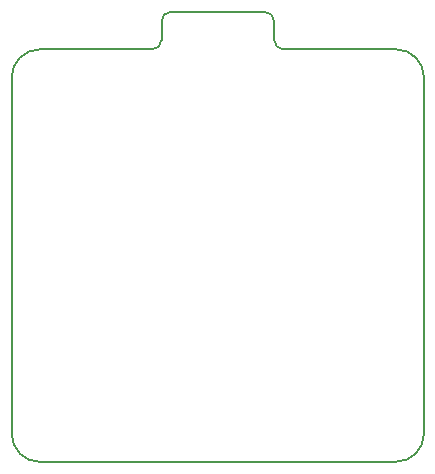
<source format=gm1>
%TF.GenerationSoftware,KiCad,Pcbnew,(5.1.2)-1*%
%TF.CreationDate,2019-05-30T19:23:31-07:00*%
%TF.ProjectId,Voyager4,566f7961-6765-4723-942e-6b696361645f,rev?*%
%TF.SameCoordinates,Original*%
%TF.FileFunction,Profile,NP*%
%FSLAX46Y46*%
G04 Gerber Fmt 4.6, Leading zero omitted, Abs format (unit mm)*
G04 Created by KiCad (PCBNEW (5.1.2)-1) date 2019-05-30 19:23:31*
%MOMM*%
%LPD*%
G04 APERTURE LIST*
%ADD10C,0.150000*%
%ADD11C,0.200000*%
G04 APERTURE END LIST*
D10*
X85725000Y-34131250D02*
X85725000Y-64293750D01*
X73818750Y-31750000D02*
X83343750Y-31750000D01*
X73025000Y-29368750D02*
X73025000Y-30956250D01*
X64293750Y-28575000D02*
X72231250Y-28575000D01*
X63500000Y-30956250D02*
X63500000Y-29368750D01*
X53181250Y-31750000D02*
X62706250Y-31750000D01*
X50800000Y-64293750D02*
X50800000Y-34131250D01*
X53181250Y-66675000D02*
X83343750Y-66675000D01*
X53181250Y-66675000D02*
G75*
G02X50800000Y-64293750I0J2381250D01*
G01*
X85725000Y-64293750D02*
G75*
G02X83343750Y-66675000I-2381250J0D01*
G01*
X83343750Y-31750000D02*
G75*
G02X85725000Y-34131250I0J-2381250D01*
G01*
X73818750Y-31750000D02*
G75*
G02X73025000Y-30956250I0J793750D01*
G01*
X72231250Y-28575000D02*
G75*
G02X73025000Y-29368750I0J-793750D01*
G01*
X63500000Y-29368750D02*
G75*
G02X64293750Y-28575000I793750J0D01*
G01*
X63500000Y-30956250D02*
G75*
G02X62706250Y-31750000I-793750J0D01*
G01*
D11*
X50800000Y-34131250D02*
G75*
G02X53181250Y-31750000I2381250J0D01*
G01*
M02*

</source>
